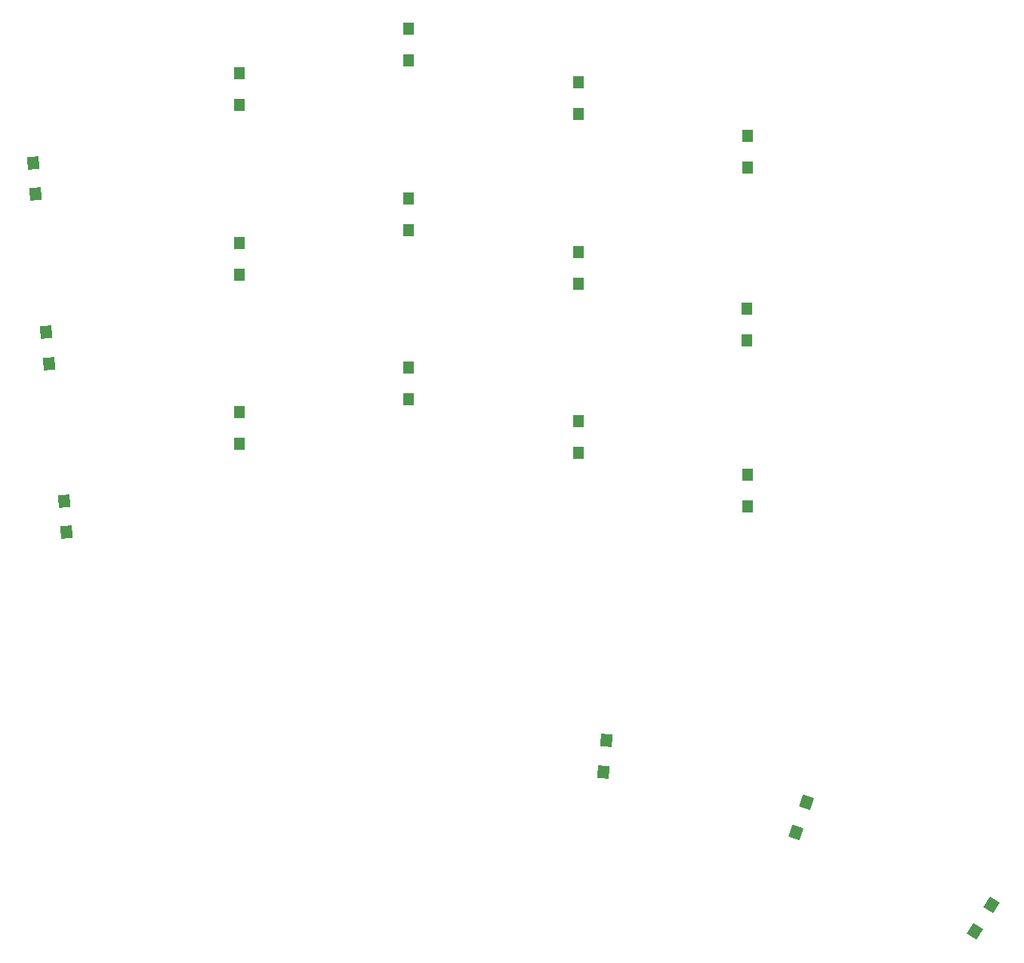
<source format=gbr>
%TF.GenerationSoftware,KiCad,Pcbnew,7.0.7*%
%TF.CreationDate,2023-11-23T18:26:16-07:00*%
%TF.ProjectId,TypestationX - Left,54797065-7374-4617-9469-6f6e58202d20,rev?*%
%TF.SameCoordinates,Original*%
%TF.FileFunction,Paste,Top*%
%TF.FilePolarity,Positive*%
%FSLAX46Y46*%
G04 Gerber Fmt 4.6, Leading zero omitted, Abs format (unit mm)*
G04 Created by KiCad (PCBNEW 7.0.7) date 2023-11-23 18:26:16*
%MOMM*%
%LPD*%
G01*
G04 APERTURE LIST*
G04 Aperture macros list*
%AMRotRect*
0 Rectangle, with rotation*
0 The origin of the aperture is its center*
0 $1 length*
0 $2 width*
0 $3 Rotation angle, in degrees counterclockwise*
0 Add horizontal line*
21,1,$1,$2,0,0,$3*%
G04 Aperture macros list end*
%ADD10R,1.300000X1.400000*%
%ADD11RotRect,1.400000X1.300000X275.000000*%
%ADD12RotRect,1.400000X1.300000X264.000000*%
%ADD13RotRect,1.400000X1.300000X251.000000*%
%ADD14RotRect,1.400000X1.300000X238.000000*%
G04 APERTURE END LIST*
D10*
%TO.C,D14*%
X88900000Y-97378631D03*
X88900000Y-93828631D03*
%TD*%
%TO.C,D4*%
X88900000Y-59378631D03*
X88900000Y-55828631D03*
%TD*%
D11*
%TO.C,D6*%
X29537658Y-87345984D03*
X29228256Y-83809492D03*
%TD*%
D12*
%TO.C,D16*%
X91668111Y-133199339D03*
X92039187Y-129668787D03*
%TD*%
D10*
%TO.C,D7*%
X50900000Y-77378631D03*
X50900000Y-73828631D03*
%TD*%
%TO.C,D13*%
X69900000Y-91378631D03*
X69900000Y-87828631D03*
%TD*%
D11*
%TO.C,D1*%
X28054701Y-68368246D03*
X27745299Y-64831754D03*
%TD*%
D13*
%TO.C,D17*%
X113333093Y-139953595D03*
X114488859Y-136597005D03*
%TD*%
D10*
%TO.C,D10*%
X107823227Y-84774079D03*
X107823227Y-81224079D03*
%TD*%
%TO.C,D5*%
X107900000Y-65375000D03*
X107900000Y-61825000D03*
%TD*%
%TO.C,D15*%
X107900000Y-103378631D03*
X107900000Y-99828631D03*
%TD*%
%TO.C,D12*%
X50900000Y-96375000D03*
X50900000Y-92825000D03*
%TD*%
%TO.C,D8*%
X69900000Y-72378631D03*
X69900000Y-68828631D03*
%TD*%
%TO.C,D2*%
X50900000Y-58375000D03*
X50900000Y-54825000D03*
%TD*%
%TO.C,D9*%
X88900000Y-78378631D03*
X88900000Y-74828631D03*
%TD*%
D14*
%TO.C,D18*%
X133319754Y-151079679D03*
X135200968Y-148069109D03*
%TD*%
D11*
%TO.C,D11*%
X31533994Y-106304104D03*
X31224592Y-102767612D03*
%TD*%
D10*
%TO.C,D3*%
X69900000Y-53378631D03*
X69900000Y-49828631D03*
%TD*%
M02*

</source>
